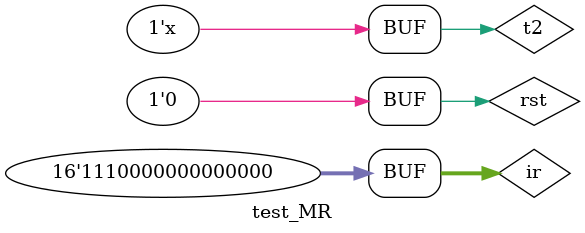
<source format=v>
`timescale 1ns / 1ps


module test_MR;

	// Inputs
	reg rst;
	reg t2;
	reg [15:0] ir;

	// Outputs
	wire nDRD;
	wire nDWR;

	// Instantiate the Unit Under Test (UUT)
	MR uut (
		.rst(rst), 
		.t2(t2), 
		.ir(ir), 
		.nDRD(nDRD), 
		.nDWR(nDWR)
	);
always #20 t2=~t2;
	initial begin
		// Initialize Inputs
		rst = 0;
		t2 = 0;
		ir = 0;
		#1 rst=1;
		#1 rst=0;
		#38 ir=16'b0110000000000000;
		#40 ir=16'b0111000000000000;
		#40 ir=16'b1110000000000000;
		// Wait 100 ns for global reset to finish;
        
		// Add stimulus here

	end
      
endmodule


</source>
